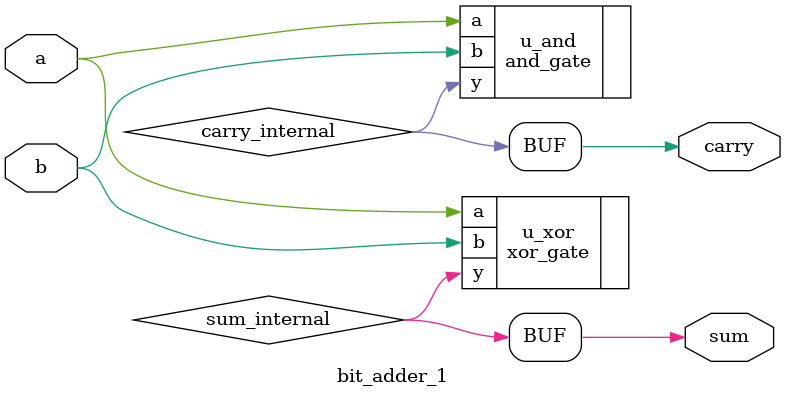
<source format=sv>

module bit_adder_1 (
    input wire a,      // First input
    input wire b,      // Second input
    output wire sum,   // Sum output
    output wire carry  // Carry output
);

    xor_gate u_xor (
        .a(a),
        .b(b),
        .y(sum_internal)
    );

    // Instantiate AND gate for carry
    and_gate u_and (
        .a(a),
        .b(b),
        .y(carry_internal)
    );

    // Full adder logic
    assign sum = sum_internal;
    assign carry = carry_internal;

endmodule
</source>
